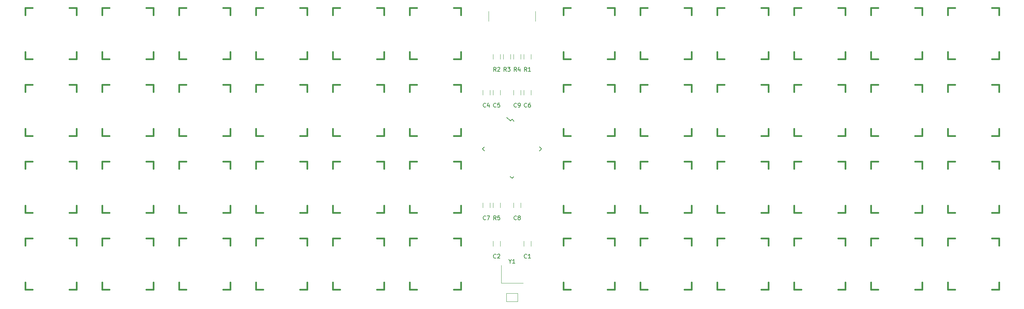
<source format=gto>
G04 #@! TF.GenerationSoftware,KiCad,Pcbnew,(5.1.2)-2*
G04 #@! TF.CreationDate,2019-06-29T16:51:37+09:00*
G04 #@! TF.ProjectId,pcb,7063622e-6b69-4636-9164-5f7063625858,rev?*
G04 #@! TF.SameCoordinates,Original*
G04 #@! TF.FileFunction,Legend,Top*
G04 #@! TF.FilePolarity,Positive*
%FSLAX46Y46*%
G04 Gerber Fmt 4.6, Leading zero omitted, Abs format (unit mm)*
G04 Created by KiCad (PCBNEW (5.1.2)-2) date 2019-06-29 16:51:37*
%MOMM*%
%LPD*%
G04 APERTURE LIST*
%ADD10C,0.381000*%
%ADD11C,0.120000*%
%ADD12C,0.100000*%
%ADD13C,0.150000*%
G04 APERTURE END LIST*
D10*
X85725000Y-31750000D02*
X87503000Y-31750000D01*
X96647000Y-31750000D02*
X98425000Y-31750000D01*
X98425000Y-31750000D02*
X98425000Y-33528000D01*
X98425000Y-42672000D02*
X98425000Y-44450000D01*
X98425000Y-44450000D02*
X96647000Y-44450000D01*
X87503000Y-44450000D02*
X85725000Y-44450000D01*
X85725000Y-44450000D02*
X85725000Y-42672000D01*
X85725000Y-33528000D02*
X85725000Y-31750000D01*
X28575000Y-33528000D02*
X28575000Y-31750000D01*
X28575000Y-44450000D02*
X28575000Y-42672000D01*
X30353000Y-44450000D02*
X28575000Y-44450000D01*
X41275000Y-44450000D02*
X39497000Y-44450000D01*
X41275000Y-42672000D02*
X41275000Y-44450000D01*
X41275000Y-31750000D02*
X41275000Y-33528000D01*
X39497000Y-31750000D02*
X41275000Y-31750000D01*
X28575000Y-31750000D02*
X30353000Y-31750000D01*
X47625000Y-31750000D02*
X49403000Y-31750000D01*
X58547000Y-31750000D02*
X60325000Y-31750000D01*
X60325000Y-31750000D02*
X60325000Y-33528000D01*
X60325000Y-42672000D02*
X60325000Y-44450000D01*
X60325000Y-44450000D02*
X58547000Y-44450000D01*
X49403000Y-44450000D02*
X47625000Y-44450000D01*
X47625000Y-44450000D02*
X47625000Y-42672000D01*
X47625000Y-33528000D02*
X47625000Y-31750000D01*
X66675000Y-33528000D02*
X66675000Y-31750000D01*
X66675000Y-44450000D02*
X66675000Y-42672000D01*
X68453000Y-44450000D02*
X66675000Y-44450000D01*
X79375000Y-44450000D02*
X77597000Y-44450000D01*
X79375000Y-42672000D02*
X79375000Y-44450000D01*
X79375000Y-31750000D02*
X79375000Y-33528000D01*
X77597000Y-31750000D02*
X79375000Y-31750000D01*
X66675000Y-31750000D02*
X68453000Y-31750000D01*
X104775000Y-33528000D02*
X104775000Y-31750000D01*
X104775000Y-44450000D02*
X104775000Y-42672000D01*
X106553000Y-44450000D02*
X104775000Y-44450000D01*
X117475000Y-44450000D02*
X115697000Y-44450000D01*
X117475000Y-42672000D02*
X117475000Y-44450000D01*
X117475000Y-31750000D02*
X117475000Y-33528000D01*
X115697000Y-31750000D02*
X117475000Y-31750000D01*
X104775000Y-31750000D02*
X106553000Y-31750000D01*
X123825000Y-31750000D02*
X125603000Y-31750000D01*
X134747000Y-31750000D02*
X136525000Y-31750000D01*
X136525000Y-31750000D02*
X136525000Y-33528000D01*
X136525000Y-42672000D02*
X136525000Y-44450000D01*
X136525000Y-44450000D02*
X134747000Y-44450000D01*
X125603000Y-44450000D02*
X123825000Y-44450000D01*
X123825000Y-44450000D02*
X123825000Y-42672000D01*
X123825000Y-33528000D02*
X123825000Y-31750000D01*
D11*
X147825000Y-102505000D02*
X150625000Y-102505000D01*
X150625000Y-102505000D02*
X150625000Y-104505000D01*
X150625000Y-104505000D02*
X147825000Y-104505000D01*
X147825000Y-104505000D02*
X147825000Y-102505000D01*
D10*
X123825000Y-52578000D02*
X123825000Y-50800000D01*
X123825000Y-63500000D02*
X123825000Y-61722000D01*
X125603000Y-63500000D02*
X123825000Y-63500000D01*
X136525000Y-63500000D02*
X134747000Y-63500000D01*
X136525000Y-61722000D02*
X136525000Y-63500000D01*
X136525000Y-50800000D02*
X136525000Y-52578000D01*
X134747000Y-50800000D02*
X136525000Y-50800000D01*
X123825000Y-50800000D02*
X125603000Y-50800000D01*
D12*
X155025000Y-34977500D02*
X155025000Y-32577500D01*
X143425000Y-34977500D02*
X143425000Y-32577500D01*
D11*
X152125000Y-89567936D02*
X152125000Y-90772064D01*
X153945000Y-89567936D02*
X153945000Y-90772064D01*
X146325000Y-89567936D02*
X146325000Y-90772064D01*
X144505000Y-89567936D02*
X144505000Y-90772064D01*
X143785000Y-53307064D02*
X143785000Y-52102936D01*
X141965000Y-53307064D02*
X141965000Y-52102936D01*
X144505000Y-53307064D02*
X144505000Y-52102936D01*
X146325000Y-53307064D02*
X146325000Y-52102936D01*
X152125000Y-53307064D02*
X152125000Y-52102936D01*
X153945000Y-53307064D02*
X153945000Y-52102936D01*
X141965000Y-80042936D02*
X141965000Y-81247064D01*
X143785000Y-80042936D02*
X143785000Y-81247064D01*
X151405000Y-80042936D02*
X151405000Y-81247064D01*
X149585000Y-80042936D02*
X149585000Y-81247064D01*
X151405000Y-53307064D02*
X151405000Y-52102936D01*
X149585000Y-53307064D02*
X149585000Y-52102936D01*
X153945000Y-44417064D02*
X153945000Y-43212936D01*
X152125000Y-44417064D02*
X152125000Y-43212936D01*
X144505000Y-44417064D02*
X144505000Y-43212936D01*
X146325000Y-44417064D02*
X146325000Y-43212936D01*
X147045000Y-44417064D02*
X147045000Y-43212936D01*
X148865000Y-44417064D02*
X148865000Y-43212936D01*
X151405000Y-44417064D02*
X151405000Y-43212936D01*
X149585000Y-44417064D02*
X149585000Y-43212936D01*
X146325000Y-80042936D02*
X146325000Y-81247064D01*
X144505000Y-80042936D02*
X144505000Y-81247064D01*
D10*
X161925000Y-33528000D02*
X161925000Y-31750000D01*
X161925000Y-44450000D02*
X161925000Y-42672000D01*
X163703000Y-44450000D02*
X161925000Y-44450000D01*
X174625000Y-44450000D02*
X172847000Y-44450000D01*
X174625000Y-42672000D02*
X174625000Y-44450000D01*
X174625000Y-31750000D02*
X174625000Y-33528000D01*
X172847000Y-31750000D02*
X174625000Y-31750000D01*
X161925000Y-31750000D02*
X163703000Y-31750000D01*
X180975000Y-31750000D02*
X182753000Y-31750000D01*
X191897000Y-31750000D02*
X193675000Y-31750000D01*
X193675000Y-31750000D02*
X193675000Y-33528000D01*
X193675000Y-42672000D02*
X193675000Y-44450000D01*
X193675000Y-44450000D02*
X191897000Y-44450000D01*
X182753000Y-44450000D02*
X180975000Y-44450000D01*
X180975000Y-44450000D02*
X180975000Y-42672000D01*
X180975000Y-33528000D02*
X180975000Y-31750000D01*
X200025000Y-31750000D02*
X201803000Y-31750000D01*
X210947000Y-31750000D02*
X212725000Y-31750000D01*
X212725000Y-31750000D02*
X212725000Y-33528000D01*
X212725000Y-42672000D02*
X212725000Y-44450000D01*
X212725000Y-44450000D02*
X210947000Y-44450000D01*
X201803000Y-44450000D02*
X200025000Y-44450000D01*
X200025000Y-44450000D02*
X200025000Y-42672000D01*
X200025000Y-33528000D02*
X200025000Y-31750000D01*
X219075000Y-33528000D02*
X219075000Y-31750000D01*
X219075000Y-44450000D02*
X219075000Y-42672000D01*
X220853000Y-44450000D02*
X219075000Y-44450000D01*
X231775000Y-44450000D02*
X229997000Y-44450000D01*
X231775000Y-42672000D02*
X231775000Y-44450000D01*
X231775000Y-31750000D02*
X231775000Y-33528000D01*
X229997000Y-31750000D02*
X231775000Y-31750000D01*
X219075000Y-31750000D02*
X220853000Y-31750000D01*
X238125000Y-33528000D02*
X238125000Y-31750000D01*
X238125000Y-44450000D02*
X238125000Y-42672000D01*
X239903000Y-44450000D02*
X238125000Y-44450000D01*
X250825000Y-44450000D02*
X249047000Y-44450000D01*
X250825000Y-42672000D02*
X250825000Y-44450000D01*
X250825000Y-31750000D02*
X250825000Y-33528000D01*
X249047000Y-31750000D02*
X250825000Y-31750000D01*
X238125000Y-31750000D02*
X239903000Y-31750000D01*
X257175000Y-31750000D02*
X258953000Y-31750000D01*
X268097000Y-31750000D02*
X269875000Y-31750000D01*
X269875000Y-31750000D02*
X269875000Y-33528000D01*
X269875000Y-42672000D02*
X269875000Y-44450000D01*
X269875000Y-44450000D02*
X268097000Y-44450000D01*
X258953000Y-44450000D02*
X257175000Y-44450000D01*
X257175000Y-44450000D02*
X257175000Y-42672000D01*
X257175000Y-33528000D02*
X257175000Y-31750000D01*
X28575000Y-50800000D02*
X30353000Y-50800000D01*
X39497000Y-50800000D02*
X41275000Y-50800000D01*
X41275000Y-50800000D02*
X41275000Y-52578000D01*
X41275000Y-61722000D02*
X41275000Y-63500000D01*
X41275000Y-63500000D02*
X39497000Y-63500000D01*
X30353000Y-63500000D02*
X28575000Y-63500000D01*
X28575000Y-63500000D02*
X28575000Y-61722000D01*
X28575000Y-52578000D02*
X28575000Y-50800000D01*
X47625000Y-52578000D02*
X47625000Y-50800000D01*
X47625000Y-63500000D02*
X47625000Y-61722000D01*
X49403000Y-63500000D02*
X47625000Y-63500000D01*
X60325000Y-63500000D02*
X58547000Y-63500000D01*
X60325000Y-61722000D02*
X60325000Y-63500000D01*
X60325000Y-50800000D02*
X60325000Y-52578000D01*
X58547000Y-50800000D02*
X60325000Y-50800000D01*
X47625000Y-50800000D02*
X49403000Y-50800000D01*
X66675000Y-50800000D02*
X68453000Y-50800000D01*
X77597000Y-50800000D02*
X79375000Y-50800000D01*
X79375000Y-50800000D02*
X79375000Y-52578000D01*
X79375000Y-61722000D02*
X79375000Y-63500000D01*
X79375000Y-63500000D02*
X77597000Y-63500000D01*
X68453000Y-63500000D02*
X66675000Y-63500000D01*
X66675000Y-63500000D02*
X66675000Y-61722000D01*
X66675000Y-52578000D02*
X66675000Y-50800000D01*
X85725000Y-52578000D02*
X85725000Y-50800000D01*
X85725000Y-63500000D02*
X85725000Y-61722000D01*
X87503000Y-63500000D02*
X85725000Y-63500000D01*
X98425000Y-63500000D02*
X96647000Y-63500000D01*
X98425000Y-61722000D02*
X98425000Y-63500000D01*
X98425000Y-50800000D02*
X98425000Y-52578000D01*
X96647000Y-50800000D02*
X98425000Y-50800000D01*
X85725000Y-50800000D02*
X87503000Y-50800000D01*
X104775000Y-50800000D02*
X106553000Y-50800000D01*
X115697000Y-50800000D02*
X117475000Y-50800000D01*
X117475000Y-50800000D02*
X117475000Y-52578000D01*
X117475000Y-61722000D02*
X117475000Y-63500000D01*
X117475000Y-63500000D02*
X115697000Y-63500000D01*
X106553000Y-63500000D02*
X104775000Y-63500000D01*
X104775000Y-63500000D02*
X104775000Y-61722000D01*
X104775000Y-52578000D02*
X104775000Y-50800000D01*
X161925000Y-52578000D02*
X161925000Y-50800000D01*
X161925000Y-63500000D02*
X161925000Y-61722000D01*
X163703000Y-63500000D02*
X161925000Y-63500000D01*
X174625000Y-63500000D02*
X172847000Y-63500000D01*
X174625000Y-61722000D02*
X174625000Y-63500000D01*
X174625000Y-50800000D02*
X174625000Y-52578000D01*
X172847000Y-50800000D02*
X174625000Y-50800000D01*
X161925000Y-50800000D02*
X163703000Y-50800000D01*
X180975000Y-52578000D02*
X180975000Y-50800000D01*
X180975000Y-63500000D02*
X180975000Y-61722000D01*
X182753000Y-63500000D02*
X180975000Y-63500000D01*
X193675000Y-63500000D02*
X191897000Y-63500000D01*
X193675000Y-61722000D02*
X193675000Y-63500000D01*
X193675000Y-50800000D02*
X193675000Y-52578000D01*
X191897000Y-50800000D02*
X193675000Y-50800000D01*
X180975000Y-50800000D02*
X182753000Y-50800000D01*
X200025000Y-50800000D02*
X201803000Y-50800000D01*
X210947000Y-50800000D02*
X212725000Y-50800000D01*
X212725000Y-50800000D02*
X212725000Y-52578000D01*
X212725000Y-61722000D02*
X212725000Y-63500000D01*
X212725000Y-63500000D02*
X210947000Y-63500000D01*
X201803000Y-63500000D02*
X200025000Y-63500000D01*
X200025000Y-63500000D02*
X200025000Y-61722000D01*
X200025000Y-52578000D02*
X200025000Y-50800000D01*
X219075000Y-52578000D02*
X219075000Y-50800000D01*
X219075000Y-63500000D02*
X219075000Y-61722000D01*
X220853000Y-63500000D02*
X219075000Y-63500000D01*
X231775000Y-63500000D02*
X229997000Y-63500000D01*
X231775000Y-61722000D02*
X231775000Y-63500000D01*
X231775000Y-50800000D02*
X231775000Y-52578000D01*
X229997000Y-50800000D02*
X231775000Y-50800000D01*
X219075000Y-50800000D02*
X220853000Y-50800000D01*
X238125000Y-52578000D02*
X238125000Y-50800000D01*
X238125000Y-63500000D02*
X238125000Y-61722000D01*
X239903000Y-63500000D02*
X238125000Y-63500000D01*
X250825000Y-63500000D02*
X249047000Y-63500000D01*
X250825000Y-61722000D02*
X250825000Y-63500000D01*
X250825000Y-50800000D02*
X250825000Y-52578000D01*
X249047000Y-50800000D02*
X250825000Y-50800000D01*
X238125000Y-50800000D02*
X239903000Y-50800000D01*
X257175000Y-50800000D02*
X258953000Y-50800000D01*
X268097000Y-50800000D02*
X269875000Y-50800000D01*
X269875000Y-50800000D02*
X269875000Y-52578000D01*
X269875000Y-61722000D02*
X269875000Y-63500000D01*
X269875000Y-63500000D02*
X268097000Y-63500000D01*
X258953000Y-63500000D02*
X257175000Y-63500000D01*
X257175000Y-63500000D02*
X257175000Y-61722000D01*
X257175000Y-52578000D02*
X257175000Y-50800000D01*
X28575000Y-71628000D02*
X28575000Y-69850000D01*
X28575000Y-82550000D02*
X28575000Y-80772000D01*
X30353000Y-82550000D02*
X28575000Y-82550000D01*
X41275000Y-82550000D02*
X39497000Y-82550000D01*
X41275000Y-80772000D02*
X41275000Y-82550000D01*
X41275000Y-69850000D02*
X41275000Y-71628000D01*
X39497000Y-69850000D02*
X41275000Y-69850000D01*
X28575000Y-69850000D02*
X30353000Y-69850000D01*
X47625000Y-69850000D02*
X49403000Y-69850000D01*
X58547000Y-69850000D02*
X60325000Y-69850000D01*
X60325000Y-69850000D02*
X60325000Y-71628000D01*
X60325000Y-80772000D02*
X60325000Y-82550000D01*
X60325000Y-82550000D02*
X58547000Y-82550000D01*
X49403000Y-82550000D02*
X47625000Y-82550000D01*
X47625000Y-82550000D02*
X47625000Y-80772000D01*
X47625000Y-71628000D02*
X47625000Y-69850000D01*
X66675000Y-71628000D02*
X66675000Y-69850000D01*
X66675000Y-82550000D02*
X66675000Y-80772000D01*
X68453000Y-82550000D02*
X66675000Y-82550000D01*
X79375000Y-82550000D02*
X77597000Y-82550000D01*
X79375000Y-80772000D02*
X79375000Y-82550000D01*
X79375000Y-69850000D02*
X79375000Y-71628000D01*
X77597000Y-69850000D02*
X79375000Y-69850000D01*
X66675000Y-69850000D02*
X68453000Y-69850000D01*
X85725000Y-69850000D02*
X87503000Y-69850000D01*
X96647000Y-69850000D02*
X98425000Y-69850000D01*
X98425000Y-69850000D02*
X98425000Y-71628000D01*
X98425000Y-80772000D02*
X98425000Y-82550000D01*
X98425000Y-82550000D02*
X96647000Y-82550000D01*
X87503000Y-82550000D02*
X85725000Y-82550000D01*
X85725000Y-82550000D02*
X85725000Y-80772000D01*
X85725000Y-71628000D02*
X85725000Y-69850000D01*
X104775000Y-71628000D02*
X104775000Y-69850000D01*
X104775000Y-82550000D02*
X104775000Y-80772000D01*
X106553000Y-82550000D02*
X104775000Y-82550000D01*
X117475000Y-82550000D02*
X115697000Y-82550000D01*
X117475000Y-80772000D02*
X117475000Y-82550000D01*
X117475000Y-69850000D02*
X117475000Y-71628000D01*
X115697000Y-69850000D02*
X117475000Y-69850000D01*
X104775000Y-69850000D02*
X106553000Y-69850000D01*
X123825000Y-69850000D02*
X125603000Y-69850000D01*
X134747000Y-69850000D02*
X136525000Y-69850000D01*
X136525000Y-69850000D02*
X136525000Y-71628000D01*
X136525000Y-80772000D02*
X136525000Y-82550000D01*
X136525000Y-82550000D02*
X134747000Y-82550000D01*
X125603000Y-82550000D02*
X123825000Y-82550000D01*
X123825000Y-82550000D02*
X123825000Y-80772000D01*
X123825000Y-71628000D02*
X123825000Y-69850000D01*
X161925000Y-69850000D02*
X163703000Y-69850000D01*
X172847000Y-69850000D02*
X174625000Y-69850000D01*
X174625000Y-69850000D02*
X174625000Y-71628000D01*
X174625000Y-80772000D02*
X174625000Y-82550000D01*
X174625000Y-82550000D02*
X172847000Y-82550000D01*
X163703000Y-82550000D02*
X161925000Y-82550000D01*
X161925000Y-82550000D02*
X161925000Y-80772000D01*
X161925000Y-71628000D02*
X161925000Y-69850000D01*
X180975000Y-69850000D02*
X182753000Y-69850000D01*
X191897000Y-69850000D02*
X193675000Y-69850000D01*
X193675000Y-69850000D02*
X193675000Y-71628000D01*
X193675000Y-80772000D02*
X193675000Y-82550000D01*
X193675000Y-82550000D02*
X191897000Y-82550000D01*
X182753000Y-82550000D02*
X180975000Y-82550000D01*
X180975000Y-82550000D02*
X180975000Y-80772000D01*
X180975000Y-71628000D02*
X180975000Y-69850000D01*
X200025000Y-69850000D02*
X201803000Y-69850000D01*
X210947000Y-69850000D02*
X212725000Y-69850000D01*
X212725000Y-69850000D02*
X212725000Y-71628000D01*
X212725000Y-80772000D02*
X212725000Y-82550000D01*
X212725000Y-82550000D02*
X210947000Y-82550000D01*
X201803000Y-82550000D02*
X200025000Y-82550000D01*
X200025000Y-82550000D02*
X200025000Y-80772000D01*
X200025000Y-71628000D02*
X200025000Y-69850000D01*
X219075000Y-71628000D02*
X219075000Y-69850000D01*
X219075000Y-82550000D02*
X219075000Y-80772000D01*
X220853000Y-82550000D02*
X219075000Y-82550000D01*
X231775000Y-82550000D02*
X229997000Y-82550000D01*
X231775000Y-80772000D02*
X231775000Y-82550000D01*
X231775000Y-69850000D02*
X231775000Y-71628000D01*
X229997000Y-69850000D02*
X231775000Y-69850000D01*
X219075000Y-69850000D02*
X220853000Y-69850000D01*
X238125000Y-69850000D02*
X239903000Y-69850000D01*
X249047000Y-69850000D02*
X250825000Y-69850000D01*
X250825000Y-69850000D02*
X250825000Y-71628000D01*
X250825000Y-80772000D02*
X250825000Y-82550000D01*
X250825000Y-82550000D02*
X249047000Y-82550000D01*
X239903000Y-82550000D02*
X238125000Y-82550000D01*
X238125000Y-82550000D02*
X238125000Y-80772000D01*
X238125000Y-71628000D02*
X238125000Y-69850000D01*
X257175000Y-71628000D02*
X257175000Y-69850000D01*
X257175000Y-82550000D02*
X257175000Y-80772000D01*
X258953000Y-82550000D02*
X257175000Y-82550000D01*
X269875000Y-82550000D02*
X268097000Y-82550000D01*
X269875000Y-80772000D02*
X269875000Y-82550000D01*
X269875000Y-69850000D02*
X269875000Y-71628000D01*
X268097000Y-69850000D02*
X269875000Y-69850000D01*
X257175000Y-69850000D02*
X258953000Y-69850000D01*
X28575000Y-88900000D02*
X30353000Y-88900000D01*
X39497000Y-88900000D02*
X41275000Y-88900000D01*
X41275000Y-88900000D02*
X41275000Y-90678000D01*
X41275000Y-99822000D02*
X41275000Y-101600000D01*
X41275000Y-101600000D02*
X39497000Y-101600000D01*
X30353000Y-101600000D02*
X28575000Y-101600000D01*
X28575000Y-101600000D02*
X28575000Y-99822000D01*
X28575000Y-90678000D02*
X28575000Y-88900000D01*
X47625000Y-90678000D02*
X47625000Y-88900000D01*
X47625000Y-101600000D02*
X47625000Y-99822000D01*
X49403000Y-101600000D02*
X47625000Y-101600000D01*
X60325000Y-101600000D02*
X58547000Y-101600000D01*
X60325000Y-99822000D02*
X60325000Y-101600000D01*
X60325000Y-88900000D02*
X60325000Y-90678000D01*
X58547000Y-88900000D02*
X60325000Y-88900000D01*
X47625000Y-88900000D02*
X49403000Y-88900000D01*
X66675000Y-88900000D02*
X68453000Y-88900000D01*
X77597000Y-88900000D02*
X79375000Y-88900000D01*
X79375000Y-88900000D02*
X79375000Y-90678000D01*
X79375000Y-99822000D02*
X79375000Y-101600000D01*
X79375000Y-101600000D02*
X77597000Y-101600000D01*
X68453000Y-101600000D02*
X66675000Y-101600000D01*
X66675000Y-101600000D02*
X66675000Y-99822000D01*
X66675000Y-90678000D02*
X66675000Y-88900000D01*
X85725000Y-90678000D02*
X85725000Y-88900000D01*
X85725000Y-101600000D02*
X85725000Y-99822000D01*
X87503000Y-101600000D02*
X85725000Y-101600000D01*
X98425000Y-101600000D02*
X96647000Y-101600000D01*
X98425000Y-99822000D02*
X98425000Y-101600000D01*
X98425000Y-88900000D02*
X98425000Y-90678000D01*
X96647000Y-88900000D02*
X98425000Y-88900000D01*
X85725000Y-88900000D02*
X87503000Y-88900000D01*
X104775000Y-88900000D02*
X106553000Y-88900000D01*
X115697000Y-88900000D02*
X117475000Y-88900000D01*
X117475000Y-88900000D02*
X117475000Y-90678000D01*
X117475000Y-99822000D02*
X117475000Y-101600000D01*
X117475000Y-101600000D02*
X115697000Y-101600000D01*
X106553000Y-101600000D02*
X104775000Y-101600000D01*
X104775000Y-101600000D02*
X104775000Y-99822000D01*
X104775000Y-90678000D02*
X104775000Y-88900000D01*
X123825000Y-90678000D02*
X123825000Y-88900000D01*
X123825000Y-101600000D02*
X123825000Y-99822000D01*
X125603000Y-101600000D02*
X123825000Y-101600000D01*
X136525000Y-101600000D02*
X134747000Y-101600000D01*
X136525000Y-99822000D02*
X136525000Y-101600000D01*
X136525000Y-88900000D02*
X136525000Y-90678000D01*
X134747000Y-88900000D02*
X136525000Y-88900000D01*
X123825000Y-88900000D02*
X125603000Y-88900000D01*
X161925000Y-88900000D02*
X163703000Y-88900000D01*
X172847000Y-88900000D02*
X174625000Y-88900000D01*
X174625000Y-88900000D02*
X174625000Y-90678000D01*
X174625000Y-99822000D02*
X174625000Y-101600000D01*
X174625000Y-101600000D02*
X172847000Y-101600000D01*
X163703000Y-101600000D02*
X161925000Y-101600000D01*
X161925000Y-101600000D02*
X161925000Y-99822000D01*
X161925000Y-90678000D02*
X161925000Y-88900000D01*
X180975000Y-90678000D02*
X180975000Y-88900000D01*
X180975000Y-101600000D02*
X180975000Y-99822000D01*
X182753000Y-101600000D02*
X180975000Y-101600000D01*
X193675000Y-101600000D02*
X191897000Y-101600000D01*
X193675000Y-99822000D02*
X193675000Y-101600000D01*
X193675000Y-88900000D02*
X193675000Y-90678000D01*
X191897000Y-88900000D02*
X193675000Y-88900000D01*
X180975000Y-88900000D02*
X182753000Y-88900000D01*
X200025000Y-90678000D02*
X200025000Y-88900000D01*
X200025000Y-101600000D02*
X200025000Y-99822000D01*
X201803000Y-101600000D02*
X200025000Y-101600000D01*
X212725000Y-101600000D02*
X210947000Y-101600000D01*
X212725000Y-99822000D02*
X212725000Y-101600000D01*
X212725000Y-88900000D02*
X212725000Y-90678000D01*
X210947000Y-88900000D02*
X212725000Y-88900000D01*
X200025000Y-88900000D02*
X201803000Y-88900000D01*
X219075000Y-88900000D02*
X220853000Y-88900000D01*
X229997000Y-88900000D02*
X231775000Y-88900000D01*
X231775000Y-88900000D02*
X231775000Y-90678000D01*
X231775000Y-99822000D02*
X231775000Y-101600000D01*
X231775000Y-101600000D02*
X229997000Y-101600000D01*
X220853000Y-101600000D02*
X219075000Y-101600000D01*
X219075000Y-101600000D02*
X219075000Y-99822000D01*
X219075000Y-90678000D02*
X219075000Y-88900000D01*
X238125000Y-90678000D02*
X238125000Y-88900000D01*
X238125000Y-101600000D02*
X238125000Y-99822000D01*
X239903000Y-101600000D02*
X238125000Y-101600000D01*
X250825000Y-101600000D02*
X249047000Y-101600000D01*
X250825000Y-99822000D02*
X250825000Y-101600000D01*
X250825000Y-88900000D02*
X250825000Y-90678000D01*
X249047000Y-88900000D02*
X250825000Y-88900000D01*
X238125000Y-88900000D02*
X239903000Y-88900000D01*
X257175000Y-88900000D02*
X258953000Y-88900000D01*
X268097000Y-88900000D02*
X269875000Y-88900000D01*
X269875000Y-88900000D02*
X269875000Y-90678000D01*
X269875000Y-99822000D02*
X269875000Y-101600000D01*
X269875000Y-101600000D02*
X268097000Y-101600000D01*
X258953000Y-101600000D02*
X257175000Y-101600000D01*
X257175000Y-101600000D02*
X257175000Y-99822000D01*
X257175000Y-90678000D02*
X257175000Y-88900000D01*
D13*
X148818414Y-59763031D02*
X147916852Y-58861470D01*
X156543555Y-66675000D02*
X156066258Y-66197703D01*
X149225000Y-73993555D02*
X148747703Y-73516258D01*
X141906445Y-66675000D02*
X142383742Y-67152297D01*
X149225000Y-59356445D02*
X149702297Y-59833742D01*
X141906445Y-66675000D02*
X142383742Y-66197703D01*
X149225000Y-73993555D02*
X149702297Y-73516258D01*
X156543555Y-66675000D02*
X156066258Y-67152297D01*
X149225000Y-59356445D02*
X148818414Y-59763031D01*
D11*
X146525000Y-95590000D02*
X146525000Y-99990000D01*
X146525000Y-99990000D02*
X151925000Y-99990000D01*
D13*
X152868333Y-93702142D02*
X152820714Y-93749761D01*
X152677857Y-93797380D01*
X152582619Y-93797380D01*
X152439761Y-93749761D01*
X152344523Y-93654523D01*
X152296904Y-93559285D01*
X152249285Y-93368809D01*
X152249285Y-93225952D01*
X152296904Y-93035476D01*
X152344523Y-92940238D01*
X152439761Y-92845000D01*
X152582619Y-92797380D01*
X152677857Y-92797380D01*
X152820714Y-92845000D01*
X152868333Y-92892619D01*
X153820714Y-93797380D02*
X153249285Y-93797380D01*
X153535000Y-93797380D02*
X153535000Y-92797380D01*
X153439761Y-92940238D01*
X153344523Y-93035476D01*
X153249285Y-93083095D01*
X145248333Y-93702142D02*
X145200714Y-93749761D01*
X145057857Y-93797380D01*
X144962619Y-93797380D01*
X144819761Y-93749761D01*
X144724523Y-93654523D01*
X144676904Y-93559285D01*
X144629285Y-93368809D01*
X144629285Y-93225952D01*
X144676904Y-93035476D01*
X144724523Y-92940238D01*
X144819761Y-92845000D01*
X144962619Y-92797380D01*
X145057857Y-92797380D01*
X145200714Y-92845000D01*
X145248333Y-92892619D01*
X145629285Y-92892619D02*
X145676904Y-92845000D01*
X145772142Y-92797380D01*
X146010238Y-92797380D01*
X146105476Y-92845000D01*
X146153095Y-92892619D01*
X146200714Y-92987857D01*
X146200714Y-93083095D01*
X146153095Y-93225952D01*
X145581666Y-93797380D01*
X146200714Y-93797380D01*
X142708333Y-56237142D02*
X142660714Y-56284761D01*
X142517857Y-56332380D01*
X142422619Y-56332380D01*
X142279761Y-56284761D01*
X142184523Y-56189523D01*
X142136904Y-56094285D01*
X142089285Y-55903809D01*
X142089285Y-55760952D01*
X142136904Y-55570476D01*
X142184523Y-55475238D01*
X142279761Y-55380000D01*
X142422619Y-55332380D01*
X142517857Y-55332380D01*
X142660714Y-55380000D01*
X142708333Y-55427619D01*
X143565476Y-55665714D02*
X143565476Y-56332380D01*
X143327380Y-55284761D02*
X143089285Y-55999047D01*
X143708333Y-55999047D01*
X145248333Y-56237142D02*
X145200714Y-56284761D01*
X145057857Y-56332380D01*
X144962619Y-56332380D01*
X144819761Y-56284761D01*
X144724523Y-56189523D01*
X144676904Y-56094285D01*
X144629285Y-55903809D01*
X144629285Y-55760952D01*
X144676904Y-55570476D01*
X144724523Y-55475238D01*
X144819761Y-55380000D01*
X144962619Y-55332380D01*
X145057857Y-55332380D01*
X145200714Y-55380000D01*
X145248333Y-55427619D01*
X146153095Y-55332380D02*
X145676904Y-55332380D01*
X145629285Y-55808571D01*
X145676904Y-55760952D01*
X145772142Y-55713333D01*
X146010238Y-55713333D01*
X146105476Y-55760952D01*
X146153095Y-55808571D01*
X146200714Y-55903809D01*
X146200714Y-56141904D01*
X146153095Y-56237142D01*
X146105476Y-56284761D01*
X146010238Y-56332380D01*
X145772142Y-56332380D01*
X145676904Y-56284761D01*
X145629285Y-56237142D01*
X152868333Y-56237142D02*
X152820714Y-56284761D01*
X152677857Y-56332380D01*
X152582619Y-56332380D01*
X152439761Y-56284761D01*
X152344523Y-56189523D01*
X152296904Y-56094285D01*
X152249285Y-55903809D01*
X152249285Y-55760952D01*
X152296904Y-55570476D01*
X152344523Y-55475238D01*
X152439761Y-55380000D01*
X152582619Y-55332380D01*
X152677857Y-55332380D01*
X152820714Y-55380000D01*
X152868333Y-55427619D01*
X153725476Y-55332380D02*
X153535000Y-55332380D01*
X153439761Y-55380000D01*
X153392142Y-55427619D01*
X153296904Y-55570476D01*
X153249285Y-55760952D01*
X153249285Y-56141904D01*
X153296904Y-56237142D01*
X153344523Y-56284761D01*
X153439761Y-56332380D01*
X153630238Y-56332380D01*
X153725476Y-56284761D01*
X153773095Y-56237142D01*
X153820714Y-56141904D01*
X153820714Y-55903809D01*
X153773095Y-55808571D01*
X153725476Y-55760952D01*
X153630238Y-55713333D01*
X153439761Y-55713333D01*
X153344523Y-55760952D01*
X153296904Y-55808571D01*
X153249285Y-55903809D01*
X142708333Y-84177142D02*
X142660714Y-84224761D01*
X142517857Y-84272380D01*
X142422619Y-84272380D01*
X142279761Y-84224761D01*
X142184523Y-84129523D01*
X142136904Y-84034285D01*
X142089285Y-83843809D01*
X142089285Y-83700952D01*
X142136904Y-83510476D01*
X142184523Y-83415238D01*
X142279761Y-83320000D01*
X142422619Y-83272380D01*
X142517857Y-83272380D01*
X142660714Y-83320000D01*
X142708333Y-83367619D01*
X143041666Y-83272380D02*
X143708333Y-83272380D01*
X143279761Y-84272380D01*
X150328333Y-84177142D02*
X150280714Y-84224761D01*
X150137857Y-84272380D01*
X150042619Y-84272380D01*
X149899761Y-84224761D01*
X149804523Y-84129523D01*
X149756904Y-84034285D01*
X149709285Y-83843809D01*
X149709285Y-83700952D01*
X149756904Y-83510476D01*
X149804523Y-83415238D01*
X149899761Y-83320000D01*
X150042619Y-83272380D01*
X150137857Y-83272380D01*
X150280714Y-83320000D01*
X150328333Y-83367619D01*
X150899761Y-83700952D02*
X150804523Y-83653333D01*
X150756904Y-83605714D01*
X150709285Y-83510476D01*
X150709285Y-83462857D01*
X150756904Y-83367619D01*
X150804523Y-83320000D01*
X150899761Y-83272380D01*
X151090238Y-83272380D01*
X151185476Y-83320000D01*
X151233095Y-83367619D01*
X151280714Y-83462857D01*
X151280714Y-83510476D01*
X151233095Y-83605714D01*
X151185476Y-83653333D01*
X151090238Y-83700952D01*
X150899761Y-83700952D01*
X150804523Y-83748571D01*
X150756904Y-83796190D01*
X150709285Y-83891428D01*
X150709285Y-84081904D01*
X150756904Y-84177142D01*
X150804523Y-84224761D01*
X150899761Y-84272380D01*
X151090238Y-84272380D01*
X151185476Y-84224761D01*
X151233095Y-84177142D01*
X151280714Y-84081904D01*
X151280714Y-83891428D01*
X151233095Y-83796190D01*
X151185476Y-83748571D01*
X151090238Y-83700952D01*
X150328333Y-56237142D02*
X150280714Y-56284761D01*
X150137857Y-56332380D01*
X150042619Y-56332380D01*
X149899761Y-56284761D01*
X149804523Y-56189523D01*
X149756904Y-56094285D01*
X149709285Y-55903809D01*
X149709285Y-55760952D01*
X149756904Y-55570476D01*
X149804523Y-55475238D01*
X149899761Y-55380000D01*
X150042619Y-55332380D01*
X150137857Y-55332380D01*
X150280714Y-55380000D01*
X150328333Y-55427619D01*
X150804523Y-56332380D02*
X150995000Y-56332380D01*
X151090238Y-56284761D01*
X151137857Y-56237142D01*
X151233095Y-56094285D01*
X151280714Y-55903809D01*
X151280714Y-55522857D01*
X151233095Y-55427619D01*
X151185476Y-55380000D01*
X151090238Y-55332380D01*
X150899761Y-55332380D01*
X150804523Y-55380000D01*
X150756904Y-55427619D01*
X150709285Y-55522857D01*
X150709285Y-55760952D01*
X150756904Y-55856190D01*
X150804523Y-55903809D01*
X150899761Y-55951428D01*
X151090238Y-55951428D01*
X151185476Y-55903809D01*
X151233095Y-55856190D01*
X151280714Y-55760952D01*
X152868333Y-47442380D02*
X152535000Y-46966190D01*
X152296904Y-47442380D02*
X152296904Y-46442380D01*
X152677857Y-46442380D01*
X152773095Y-46490000D01*
X152820714Y-46537619D01*
X152868333Y-46632857D01*
X152868333Y-46775714D01*
X152820714Y-46870952D01*
X152773095Y-46918571D01*
X152677857Y-46966190D01*
X152296904Y-46966190D01*
X153820714Y-47442380D02*
X153249285Y-47442380D01*
X153535000Y-47442380D02*
X153535000Y-46442380D01*
X153439761Y-46585238D01*
X153344523Y-46680476D01*
X153249285Y-46728095D01*
X145248333Y-47442380D02*
X144915000Y-46966190D01*
X144676904Y-47442380D02*
X144676904Y-46442380D01*
X145057857Y-46442380D01*
X145153095Y-46490000D01*
X145200714Y-46537619D01*
X145248333Y-46632857D01*
X145248333Y-46775714D01*
X145200714Y-46870952D01*
X145153095Y-46918571D01*
X145057857Y-46966190D01*
X144676904Y-46966190D01*
X145629285Y-46537619D02*
X145676904Y-46490000D01*
X145772142Y-46442380D01*
X146010238Y-46442380D01*
X146105476Y-46490000D01*
X146153095Y-46537619D01*
X146200714Y-46632857D01*
X146200714Y-46728095D01*
X146153095Y-46870952D01*
X145581666Y-47442380D01*
X146200714Y-47442380D01*
X147788333Y-47442380D02*
X147455000Y-46966190D01*
X147216904Y-47442380D02*
X147216904Y-46442380D01*
X147597857Y-46442380D01*
X147693095Y-46490000D01*
X147740714Y-46537619D01*
X147788333Y-46632857D01*
X147788333Y-46775714D01*
X147740714Y-46870952D01*
X147693095Y-46918571D01*
X147597857Y-46966190D01*
X147216904Y-46966190D01*
X148121666Y-46442380D02*
X148740714Y-46442380D01*
X148407380Y-46823333D01*
X148550238Y-46823333D01*
X148645476Y-46870952D01*
X148693095Y-46918571D01*
X148740714Y-47013809D01*
X148740714Y-47251904D01*
X148693095Y-47347142D01*
X148645476Y-47394761D01*
X148550238Y-47442380D01*
X148264523Y-47442380D01*
X148169285Y-47394761D01*
X148121666Y-47347142D01*
X150328333Y-47442380D02*
X149995000Y-46966190D01*
X149756904Y-47442380D02*
X149756904Y-46442380D01*
X150137857Y-46442380D01*
X150233095Y-46490000D01*
X150280714Y-46537619D01*
X150328333Y-46632857D01*
X150328333Y-46775714D01*
X150280714Y-46870952D01*
X150233095Y-46918571D01*
X150137857Y-46966190D01*
X149756904Y-46966190D01*
X151185476Y-46775714D02*
X151185476Y-47442380D01*
X150947380Y-46394761D02*
X150709285Y-47109047D01*
X151328333Y-47109047D01*
X145248333Y-84272380D02*
X144915000Y-83796190D01*
X144676904Y-84272380D02*
X144676904Y-83272380D01*
X145057857Y-83272380D01*
X145153095Y-83320000D01*
X145200714Y-83367619D01*
X145248333Y-83462857D01*
X145248333Y-83605714D01*
X145200714Y-83700952D01*
X145153095Y-83748571D01*
X145057857Y-83796190D01*
X144676904Y-83796190D01*
X146153095Y-83272380D02*
X145676904Y-83272380D01*
X145629285Y-83748571D01*
X145676904Y-83700952D01*
X145772142Y-83653333D01*
X146010238Y-83653333D01*
X146105476Y-83700952D01*
X146153095Y-83748571D01*
X146200714Y-83843809D01*
X146200714Y-84081904D01*
X146153095Y-84177142D01*
X146105476Y-84224761D01*
X146010238Y-84272380D01*
X145772142Y-84272380D01*
X145676904Y-84224761D01*
X145629285Y-84177142D01*
X148748809Y-94591190D02*
X148748809Y-95067380D01*
X148415476Y-94067380D02*
X148748809Y-94591190D01*
X149082142Y-94067380D01*
X149939285Y-95067380D02*
X149367857Y-95067380D01*
X149653571Y-95067380D02*
X149653571Y-94067380D01*
X149558333Y-94210238D01*
X149463095Y-94305476D01*
X149367857Y-94353095D01*
M02*

</source>
